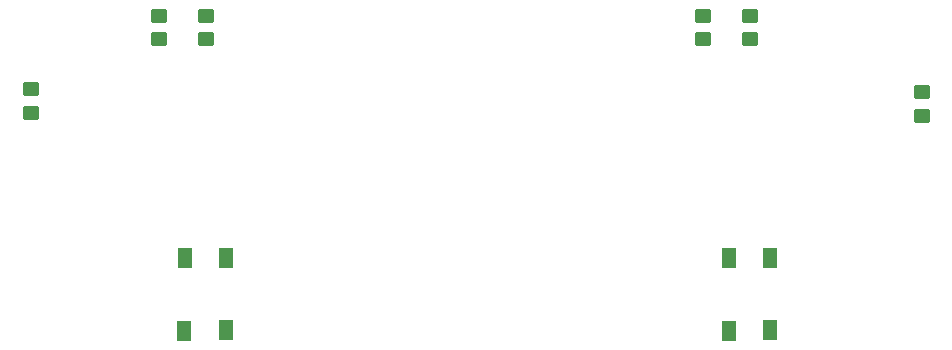
<source format=gbr>
%TF.GenerationSoftware,KiCad,Pcbnew,(6.0.0)*%
%TF.CreationDate,2021-12-31T23:30:31+08:00*%
%TF.ProjectId,adapter,61646170-7465-4722-9e6b-696361645f70,1.1*%
%TF.SameCoordinates,Original*%
%TF.FileFunction,Paste,Bot*%
%TF.FilePolarity,Positive*%
%FSLAX46Y46*%
G04 Gerber Fmt 4.6, Leading zero omitted, Abs format (unit mm)*
G04 Created by KiCad (PCBNEW (6.0.0)) date 2021-12-31 23:30:31*
%MOMM*%
%LPD*%
G01*
G04 APERTURE LIST*
G04 Aperture macros list*
%AMRoundRect*
0 Rectangle with rounded corners*
0 $1 Rounding radius*
0 $2 $3 $4 $5 $6 $7 $8 $9 X,Y pos of 4 corners*
0 Add a 4 corners polygon primitive as box body*
4,1,4,$2,$3,$4,$5,$6,$7,$8,$9,$2,$3,0*
0 Add four circle primitives for the rounded corners*
1,1,$1+$1,$2,$3*
1,1,$1+$1,$4,$5*
1,1,$1+$1,$6,$7*
1,1,$1+$1,$8,$9*
0 Add four rect primitives between the rounded corners*
20,1,$1+$1,$2,$3,$4,$5,0*
20,1,$1+$1,$4,$5,$6,$7,0*
20,1,$1+$1,$6,$7,$8,$9,0*
20,1,$1+$1,$8,$9,$2,$3,0*%
G04 Aperture macros list end*
%ADD10RoundRect,0.250000X0.450000X-0.350000X0.450000X0.350000X-0.450000X0.350000X-0.450000X-0.350000X0*%
%ADD11R,1.300000X1.800000*%
G04 APERTURE END LIST*
D10*
%TO.C,R8*%
X97174000Y-43291000D03*
X97174000Y-41291000D03*
%TD*%
%TO.C,R7*%
X101174500Y-43291000D03*
X101174500Y-41291000D03*
%TD*%
%TO.C,R1*%
X147256500Y-43291000D03*
X147256500Y-41291000D03*
%TD*%
%TO.C,R2*%
X143256000Y-43291000D03*
X143256000Y-41291000D03*
%TD*%
%TO.C,R5*%
X86360000Y-49514000D03*
X86360000Y-47514000D03*
%TD*%
D11*
%TO.C,SW2*%
X99410000Y-61797000D03*
X99360000Y-67997000D03*
X102860000Y-67897000D03*
X102860000Y-61797000D03*
%TD*%
D10*
%TO.C,R4*%
X161761000Y-49768000D03*
X161761000Y-47768000D03*
%TD*%
D11*
%TO.C,SW1*%
X145440000Y-67997000D03*
X145490000Y-61797000D03*
X148940000Y-67897000D03*
X148940000Y-61797000D03*
%TD*%
M02*

</source>
